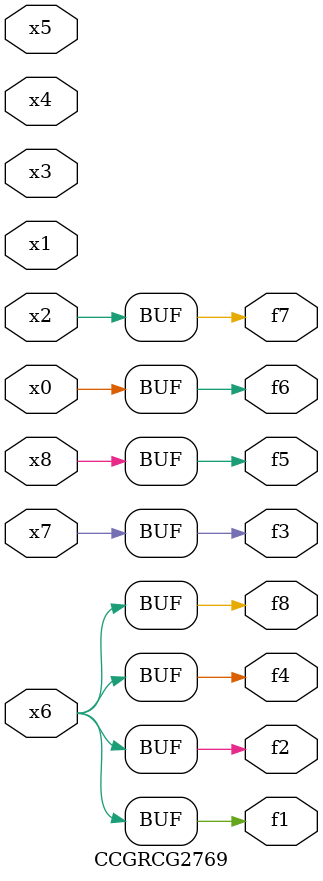
<source format=v>
module CCGRCG2769(
	input x0, x1, x2, x3, x4, x5, x6, x7, x8,
	output f1, f2, f3, f4, f5, f6, f7, f8
);
	assign f1 = x6;
	assign f2 = x6;
	assign f3 = x7;
	assign f4 = x6;
	assign f5 = x8;
	assign f6 = x0;
	assign f7 = x2;
	assign f8 = x6;
endmodule

</source>
